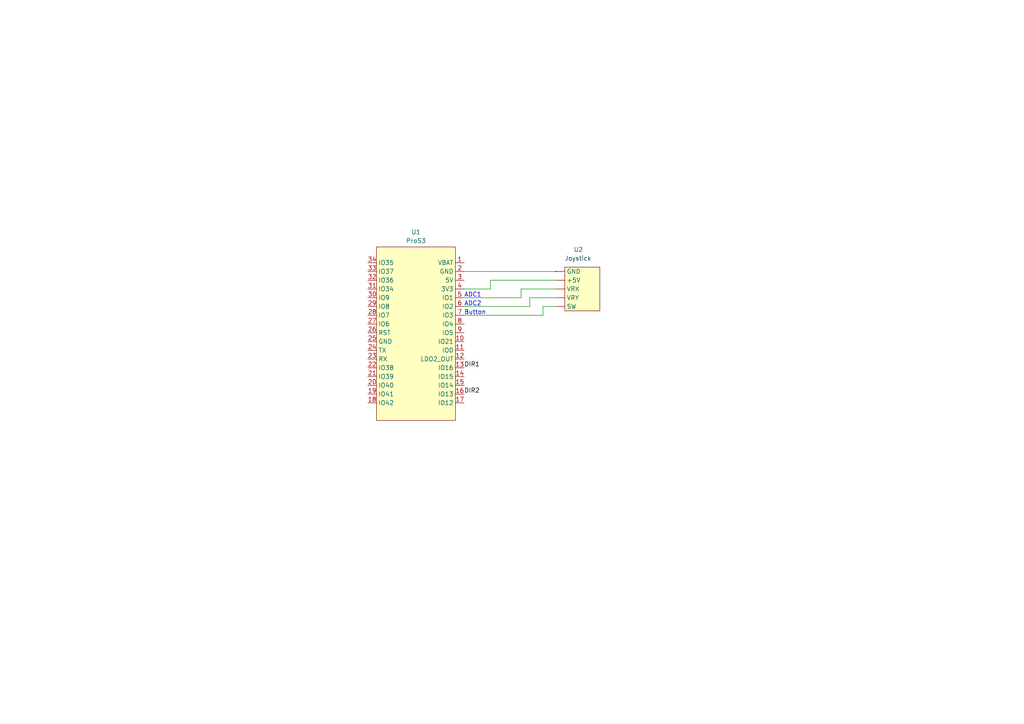
<source format=kicad_sch>
(kicad_sch (version 20230121) (generator eeschema)
  (paper "A4")
  (lib_symbols
    (symbol "ProS3:ProS3"
      (property "Reference" "U" (at 0 -28.956 0))
      (property "Value" "ProS3" (at -0.508 27.178 0))
      (symbol "ProS3_1_1"
        (rectangle (start -11.43 24.892) (end 11.43 -25.4) (stroke (width 0.1524)) (fill (type background)))
        (pin power_in line (at 13.97 20.32 180) (length 2.54) (name "VBAT") (number "1"))
        (pin bidirectional line (at 13.97 -2.54 180) (length 2.54) (name "IO21") (number "10"))
        (pin bidirectional line (at 13.97 -5.08 180) (length 2.54) (name "IO0") (number "11"))
        (pin power_out line (at 13.97 -7.62 180) (length 2.54) (name "LDO2_OUT") (number "12"))
        (pin bidirectional line (at 13.97 -10.16 180) (length 2.54) (name "IO16") (number "13"))
        (pin bidirectional line (at 13.97 -12.7 180) (length 2.54) (name "IO15") (number "14"))
        (pin bidirectional line (at 13.97 -15.24 180) (length 2.54) (name "IO14") (number "15"))
        (pin bidirectional line (at 13.97 -17.78 180) (length 2.54) (name "IO13") (number "16"))
        (pin bidirectional line (at 13.97 -20.32 180) (length 2.54) (name "IO12") (number "17"))
        (pin bidirectional line (at -13.97 -20.32 0) (length 2.54) (name "IO42") (number "18"))
        (pin bidirectional line (at -13.97 -17.78 0) (length 2.54) (name "IO41") (number "19"))
        (pin power_in line (at 13.97 17.78 180) (length 2.54) (name "GND") (number "2"))
        (pin bidirectional line (at -13.97 -15.24 0) (length 2.54) (name "IO40") (number "20"))
        (pin bidirectional line (at -13.97 -12.7 0) (length 2.54) (name "IO39") (number "21"))
        (pin bidirectional line (at -13.97 -10.16 0) (length 2.54) (name "IO38") (number "22"))
        (pin bidirectional line (at -13.97 -7.62 0) (length 2.54) (name "RX") (number "23"))
        (pin bidirectional line (at -13.97 -5.08 0) (length 2.54) (name "TX") (number "24"))
        (pin power_in line (at -13.97 -2.54 0) (length 2.54) (name "GND") (number "25"))
        (pin input line (at -13.97 0 0) (length 2.54) (name "RST") (number "26"))
        (pin bidirectional line (at -13.97 2.54 0) (length 2.54) (name "IO6") (number "27"))
        (pin bidirectional line (at -13.97 5.08 0) (length 2.54) (name "IO7") (number "28"))
        (pin bidirectional line (at -13.97 7.62 0) (length 2.54) (name "IO8") (number "29"))
        (pin power_in line (at 13.97 15.24 180) (length 2.54) (name "5V") (number "3"))
        (pin bidirectional line (at -13.97 10.16 0) (length 2.54) (name "IO9") (number "30"))
        (pin bidirectional line (at -13.97 12.7 0) (length 2.54) (name "IO34") (number "31"))
        (pin bidirectional line (at -13.97 15.24 0) (length 2.54) (name "IO36") (number "32"))
        (pin bidirectional line (at -13.97 17.78 0) (length 2.54) (name "IO37") (number "33"))
        (pin bidirectional line (at -13.97 20.32 0) (length 2.54) (name "IO35") (number "34"))
        (pin power_in line (at 13.97 12.7 180) (length 2.54) (name "3V3") (number "4"))
        (pin bidirectional line (at 13.97 10.16 180) (length 2.54) (name "IO1") (number "5"))
        (pin bidirectional line (at 13.97 7.62 180) (length 2.54) (name "IO2") (number "6"))
        (pin bidirectional line (at 13.97 5.08 180) (length 2.54) (name "IO3") (number "7"))
        (pin bidirectional line (at 13.97 2.54 180) (length 2.54) (name "IO4") (number "8"))
        (pin bidirectional line (at 13.97 0 180) (length 2.54) (name "IO5") (number "9"))
      )
    )
    (symbol "Rover:Joystick"
      (property "Reference" "U2" (at 6.35 6.35 0))
      (symbol "Joystick_1_1"
        (rectangle (start 2.54 1.27) (end 12.7 -11.43) (fill (type background)))
        (text "Joystick" (at 6.35 3.81 0) (effects (font (size 1.27 1.27))))
        (pin input line (at 0 -2.54 0) (length 2.54) (name "+5V") (number ""))
        (pin input line (at 0 0 0) (length 2.54) (name "GND") (number ""))
        (pin input line (at 0 -10.16 0) (length 2.54) (name "SW") (number ""))
        (pin input line (at 0 -5.08 0) (length 2.54) (name "VRX") (number ""))
        (pin input line (at 0 -7.62 0) (length 2.54) (name "VRY") (number ""))
      )
    )
  )
  (wire (pts (xy 151.13 83.82) (xy 161.29 83.82)))
  (wire (pts (xy 157.48 91.44) (xy 157.48 88.9)))
  (wire (pts (xy 134.62 83.82) (xy 142.24 83.82)))
  (wire (pts (xy 134.62 91.44) (xy 157.48 91.44)))
  (wire (pts (xy 151.13 86.36) (xy 151.13 83.82)))
  (wire (pts (xy 134.62 86.36) (xy 151.13 86.36)))
  (wire (pts (xy 134.62 88.9) (xy 153.67 88.9)))
  (wire (pts (xy 153.67 86.36) (xy 161.29 86.36)))
  (wire (pts (xy 153.67 88.9) (xy 153.67 86.36)))
  (wire (pts (xy 142.24 81.28) (xy 161.29 81.28)))
  (wire (pts (xy 157.48 88.9) (xy 161.29 88.9)))
  (wire (pts (xy 142.24 83.82) (xy 142.24 81.28)))
  (wire (pts (xy 134.62 78.74) (xy 161.29 78.74)))
  (text "Button" (at 134.62 91.44 0) (effects (font (size 1.27 1.27)) (justify left bottom)))
  (text "ADC1" (at 134.62 86.36 0) (effects (font (size 1.27 1.27)) (justify left bottom)))
  (text "ADC2" (at 134.62 88.9 0) (effects (font (size 1.27 1.27)) (justify left bottom)))
  (label "DIR2" (at 134.62 114.3 0))
  (label "DIR1" (at 134.62 106.68 0))
  (symbol (lib_id "Rover:Joystick") (at 161.29 78.74 0) (unit 1)
    (property "Reference" "U2" (at 166.37 72.39 0) (effects (justify left)))
    (property "Value" "~" (at 161.29 78.74 0))
  )
  (symbol (lib_id "ProS3:ProS3") (at 120.65 96.52 0) (unit 1)
    (property "Reference" "U1" (at 120.65 67.31 0))
    (property "Value" "ProS3" (at 120.65 69.85 0))
    (property "Footprint" "footprints:ProS3_TH" (effects hide))
  )
)
</source>
